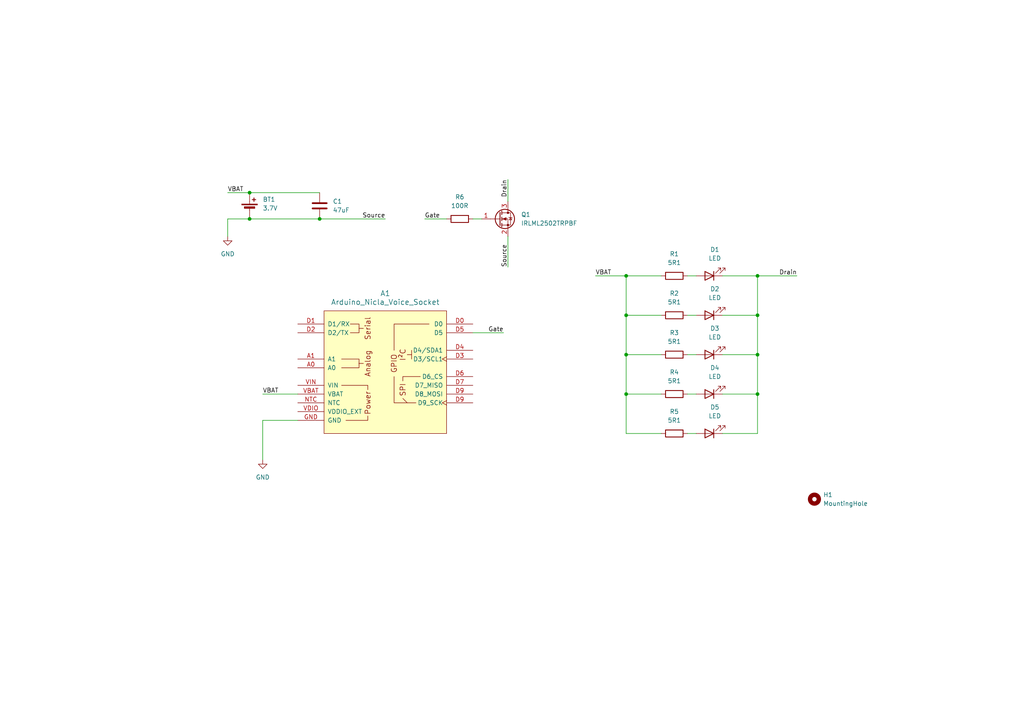
<source format=kicad_sch>
(kicad_sch (version 20230121) (generator eeschema)
  (paper "A4")
  (lib_symbols
    (symbol "Device:Battery_Cell" (pin_numbers hide) (pin_names (offset 0) hide)
      (property "Reference" "BT" (at 2.54 2.54 0))
      (property "Value" "Battery_Cell" (at 2.54 0 0))
      (symbol "Battery_Cell_0_1"
        (rectangle (start -2.286 1.778) (end 2.286 1.524) (fill (type outline)))
        (rectangle (start -1.524 1.016) (end 1.524 0.508) (fill (type outline)))
        (polyline (pts (xy 0 0.762) (xy 0 0)))
        (polyline (pts (xy 0 1.778) (xy 0 2.54)))
        (polyline (pts (xy 0.762 3.048) (xy 1.778 3.048)) (stroke (width 0.254)))
        (polyline (pts (xy 1.27 3.556) (xy 1.27 2.54)) (stroke (width 0.254)))
      )
      (symbol "Battery_Cell_1_1"
        (pin passive line (at 0 5.08 270) (length 2.54) (name "+") (number "1"))
        (pin passive line (at 0 -2.54 90) (length 2.54) (name "-") (number "2"))
      )
    )
    (symbol "Device:C" (pin_numbers hide) (pin_names (offset 0.254))
      (property "Reference" "C" (at 0.635 2.54 0))
      (property "Value" "C" (at 0.635 -2.54 0))
      (symbol "C_0_1"
        (polyline (pts (xy -2.032 -0.762) (xy 2.032 -0.762)) (stroke (width 0.508)))
        (polyline (pts (xy -2.032 0.762) (xy 2.032 0.762)) (stroke (width 0.508)))
      )
      (symbol "C_1_1"
        (pin passive line (at 0 3.81 270) (length 2.794) (name "~") (number "1"))
        (pin passive line (at 0 -3.81 90) (length 2.794) (name "~") (number "2"))
      )
    )
    (symbol "Device:LED" (pin_numbers hide) (pin_names (offset 1.016) hide)
      (property "Reference" "D" (at 0 2.54 0))
      (property "Value" "LED" (at 0 -2.54 0))
      (symbol "LED_0_1"
        (polyline (pts (xy -1.27 -1.27) (xy -1.27 1.27)) (stroke (width 0.254)))
        (polyline (pts (xy -1.27 0) (xy 1.27 0)))
        (polyline (pts (xy 1.27 -1.27) (xy 1.27 1.27) (xy -1.27 0) (xy 1.27 -1.27)) (stroke (width 0.254)))
        (polyline (pts (xy -3.048 -0.762) (xy -4.572 -2.286) (xy -3.81 -2.286) (xy -4.572 -2.286) (xy -4.572 -1.524)))
        (polyline (pts (xy -1.778 -0.762) (xy -3.302 -2.286) (xy -2.54 -2.286) (xy -3.302 -2.286) (xy -3.302 -1.524)))
      )
      (symbol "LED_1_1"
        (pin passive line (at -3.81 0 0) (length 2.54) (name "K") (number "1"))
        (pin passive line (at 3.81 0 180) (length 2.54) (name "A") (number "2"))
      )
    )
    (symbol "Device:R" (pin_numbers hide) (pin_names (offset 0))
      (property "Reference" "R" (at 2.032 0 90))
      (property "Value" "R" (at 0 0 90))
      (symbol "R_0_1"
        (rectangle (start -1.016 -2.54) (end 1.016 2.54) (stroke (width 0.254)))
      )
      (symbol "R_1_1"
        (pin passive line (at 0 3.81 270) (length 1.27) (name "~") (number "1"))
        (pin passive line (at 0 -3.81 90) (length 1.27) (name "~") (number "2"))
      )
    )
    (symbol "Mechanical:MountingHole" (pin_names (offset 1.016))
      (property "Reference" "H" (at 0 5.08 0))
      (property "Value" "MountingHole" (at 0 3.175 0))
      (symbol "MountingHole_0_1"
        (circle (center 0 0) (radius 1.27) (stroke (width 1.27)))
      )
    )
    (symbol "PCM_arduino-library:Arduino_Nicla_Voice_Socket" (pin_names (offset 1.016))
      (property "Reference" "A" (at 0 33.02 0))
      (property "Value" "Arduino_Nicla_Voice_Socket" (at 0 29.21 0))
      (symbol "Arduino_Nicla_Voice_Socket_0_0"
        (rectangle (start -17.78 26.67) (end 17.78 -8.89) (fill (type background)))
        (polyline (pts (xy -7.62 11.43) (xy -6.35 11.43)))
        (polyline (pts (xy -7.62 21.59) (xy -6.35 21.59)))
        (polyline (pts (xy 7.62 13.97) (xy 6.35 13.97)))
        (polyline (pts (xy -11.43 -5.08) (xy -5.08 -5.08) (xy -5.08 -3.81)))
        (polyline (pts (xy -5.08 3.81) (xy -5.08 5.08) (xy -12.7 5.08)))
        (polyline (pts (xy -10.16 22.86) (xy -7.62 22.86) (xy -7.62 20.32) (xy -10.16 20.32)))
        (polyline (pts (xy 5.08 6.35) (xy 5.08 6.35) (xy 5.08 7.62) (xy 10.16 7.62)))
        (polyline (pts (xy 6.35 0) (xy 6.35 0) (xy 6.35 0) (xy 5.08 1.27)))
        (polyline (pts (xy 7.62 12.7) (xy 7.62 12.7) (xy 7.62 15.24) (xy 7.62 15.24)))
        (text "Analog" (at -5.08 11.43 900) (effects (font (size 1.524 1.524))))
        (text "I²C" (at 5.08 13.97 900) (effects (font (size 1.524 1.524))))
        (text "Power" (at -5.08 0 900) (effects (font (size 1.524 1.524))))
        (text "Serial" (at -5.08 21.59 900) (effects (font (size 1.524 1.524))))
      )
      (symbol "Arduino_Nicla_Voice_Socket_0_1"
        (polyline (pts (xy -12.7 10.16) (xy -7.62 10.16) (xy -7.62 11.43)))
        (polyline (pts (xy -12.7 12.7) (xy -7.62 12.7) (xy -7.62 11.43)))
        (polyline (pts (xy 8.89 0) (xy 2.54 0) (xy 2.54 7.62)))
        (polyline (pts (xy 12.7 22.86) (xy 2.54 22.86) (xy 2.54 15.24)))
      )
      (symbol "Arduino_Nicla_Voice_Socket_1_0"
        (text "GPIO" (at 2.54 11.43 900) (effects (font (size 1.524 1.524))))
        (text "SPI" (at 5.08 3.81 900) (effects (font (size 1.524 1.524))))
      )
      (symbol "Arduino_Nicla_Voice_Socket_1_1"
        (pin bidirectional line (at -25.4 10.16 0) (length 7.62) (name "A0") (number "A0"))
        (pin bidirectional line (at -25.4 12.7 0) (length 7.62) (name "A1") (number "A1"))
        (pin bidirectional line (at 25.4 22.86 180) (length 7.62) (name "D0") (number "D0"))
        (pin bidirectional line (at -25.4 22.86 0) (length 7.62) (name "D1/RX") (number "D1"))
        (pin bidirectional line (at -25.4 20.32 0) (length 7.62) (name "D2/TX") (number "D2"))
        (pin bidirectional clock (at 25.4 12.7 180) (length 7.62) (name "D3/SCL1") (number "D3"))
        (pin bidirectional line (at 25.4 15.24 180) (length 7.62) (name "D4/SDA1") (number "D4"))
        (pin bidirectional line (at 25.4 20.32 180) (length 7.62) (name "D5") (number "D5"))
        (pin bidirectional line (at 25.4 7.62 180) (length 7.62) (name "D6_CS") (number "D6"))
        (pin bidirectional line (at 25.4 5.08 180) (length 7.62) (name "D7_MISO") (number "D7"))
        (pin bidirectional line (at 25.4 2.54 180) (length 7.62) (name "D8_MOSI") (number "D9"))
        (pin bidirectional clock (at 25.4 0 180) (length 7.62) (name "D9_SCK") (number "D9"))
        (pin power_in line (at -25.4 -5.08 0) (length 7.62) (name "GND") (number "GND"))
        (pin input line (at -25.4 0 0) (length 7.62) (name "NTC") (number "NTC"))
        (pin power_in line (at -25.4 2.54 0) (length 7.62) (name "VBAT") (number "VBAT"))
        (pin power_out line (at -25.4 -2.54 0) (length 7.62) (name "VDDIO_EXT") (number "VDIO"))
        (pin power_in line (at -25.4 5.08 0) (length 7.62) (name "VIN") (number "VIN"))
      )
    )
    (symbol "Transistor_FET:BS170F" (pin_names hide)
      (property "Reference" "Q" (at 5.08 1.905 0))
      (property "Value" "BS170F" (at 5.08 0 0))
      (symbol "BS170F_0_1"
        (polyline (pts (xy 0.254 0) (xy -2.54 0)))
        (polyline (pts (xy 0.254 1.905) (xy 0.254 -1.905)) (stroke (width 0.254)))
        (polyline (pts (xy 0.762 -1.27) (xy 0.762 -2.286)) (stroke (width 0.254)))
        (polyline (pts (xy 0.762 0.508) (xy 0.762 -0.508)) (stroke (width 0.254)))
        (polyline (pts (xy 0.762 2.286) (xy 0.762 1.27)) (stroke (width 0.254)))
        (polyline (pts (xy 2.54 2.54) (xy 2.54 1.778)))
        (polyline (pts (xy 2.54 -2.54) (xy 2.54 0) (xy 0.762 0)))
        (polyline (pts (xy 0.762 -1.778) (xy 3.302 -1.778) (xy 3.302 1.778) (xy 0.762 1.778)))
        (polyline (pts (xy 1.016 0) (xy 2.032 0.381) (xy 2.032 -0.381) (xy 1.016 0)) (fill (type outline)))
        (polyline (pts (xy 2.794 0.508) (xy 2.921 0.381) (xy 3.683 0.381) (xy 3.81 0.254)))
        (polyline (pts (xy 3.302 0.381) (xy 2.921 -0.254) (xy 3.683 -0.254) (xy 3.302 0.381)))
        (circle (center 1.651 0) (radius 2.794) (stroke (width 0.254)))
        (circle (center 2.54 -1.778) (radius 0.254) (fill (type outline)))
        (circle (center 2.54 1.778) (radius 0.254) (fill (type outline)))
      )
      (symbol "BS170F_1_1"
        (pin input line (at -5.08 0 0) (length 2.54) (name "G") (number "1"))
        (pin passive line (at 2.54 -5.08 90) (length 2.54) (name "S") (number "2"))
        (pin passive line (at 2.54 5.08 270) (length 2.54) (name "D") (number "3"))
      )
    )
    (symbol "power:GND" (power) (pin_names (offset 0))
      (property "Value" "GND" (at 0 -3.81 0))
      (symbol "GND_0_1"
        (polyline (pts (xy 0 0) (xy 0 -1.27) (xy 1.27 -1.27) (xy 0 -2.54) (xy -1.27 -1.27) (xy 0 -1.27)))
      )
      (symbol "GND_1_1"
        (pin power_in line (at 0 0 270) (length 0) hide (name "GND") (number "1"))
      )
    )
  )
  (junction (at 92.71 63.5))
  (junction (at 219.71 91.44))
  (junction (at 181.61 80.01))
  (junction (at 219.71 102.87))
  (junction (at 72.39 63.5))
  (junction (at 181.61 91.44))
  (junction (at 181.61 114.3))
  (junction (at 219.71 80.01))
  (junction (at 219.71 114.3))
  (junction (at 181.61 102.87))
  (junction (at 72.39 55.88))
  (wire (pts (xy 66.04 55.88) (xy 72.39 55.88)))
  (wire (pts (xy 181.61 91.44) (xy 181.61 102.87)))
  (wire (pts (xy 66.04 63.5) (xy 66.04 68.58)))
  (wire (pts (xy 209.55 114.3) (xy 219.71 114.3)))
  (wire (pts (xy 181.61 114.3) (xy 191.77 114.3)))
  (wire (pts (xy 219.71 114.3) (xy 219.71 102.87)))
  (wire (pts (xy 181.61 102.87) (xy 191.77 102.87)))
  (wire (pts (xy 219.71 91.44) (xy 219.71 80.01)))
  (wire (pts (xy 219.71 102.87) (xy 219.71 91.44)))
  (wire (pts (xy 199.39 91.44) (xy 201.93 91.44)))
  (wire (pts (xy 76.2 121.92) (xy 76.2 133.35)))
  (wire (pts (xy 72.39 63.5) (xy 66.04 63.5)))
  (wire (pts (xy 209.55 102.87) (xy 219.71 102.87)))
  (wire (pts (xy 209.55 80.01) (xy 219.71 80.01)))
  (wire (pts (xy 219.71 125.73) (xy 219.71 114.3)))
  (wire (pts (xy 181.61 80.01) (xy 191.77 80.01)))
  (wire (pts (xy 181.61 80.01) (xy 181.61 91.44)))
  (wire (pts (xy 191.77 125.73) (xy 181.61 125.73)))
  (wire (pts (xy 72.39 63.5) (xy 92.71 63.5)))
  (wire (pts (xy 209.55 91.44) (xy 219.71 91.44)))
  (wire (pts (xy 76.2 114.3) (xy 86.36 114.3)))
  (wire (pts (xy 199.39 114.3) (xy 201.93 114.3)))
  (wire (pts (xy 172.72 80.01) (xy 181.61 80.01)))
  (wire (pts (xy 147.32 68.58) (xy 147.32 77.47)))
  (wire (pts (xy 123.19 63.5) (xy 129.54 63.5)))
  (wire (pts (xy 209.55 125.73) (xy 219.71 125.73)))
  (wire (pts (xy 181.61 102.87) (xy 181.61 114.3)))
  (wire (pts (xy 92.71 63.5) (xy 111.76 63.5)))
  (wire (pts (xy 72.39 55.88) (xy 92.71 55.88)))
  (wire (pts (xy 181.61 91.44) (xy 191.77 91.44)))
  (wire (pts (xy 199.39 125.73) (xy 201.93 125.73)))
  (wire (pts (xy 147.32 52.07) (xy 147.32 58.42)))
  (wire (pts (xy 219.71 80.01) (xy 231.14 80.01)))
  (wire (pts (xy 199.39 102.87) (xy 201.93 102.87)))
  (wire (pts (xy 137.16 96.52) (xy 146.05 96.52)))
  (wire (pts (xy 86.36 121.92) (xy 76.2 121.92)))
  (wire (pts (xy 137.16 63.5) (xy 139.7 63.5)))
  (wire (pts (xy 199.39 80.01) (xy 201.93 80.01)))
  (wire (pts (xy 181.61 114.3) (xy 181.61 125.73)))
  (label "Gate" (at 123.19 63.5 0))
  (label "Drain" (at 147.32 52.07 270))
  (label "Gate" (at 146.05 96.52 180))
  (label "Source" (at 111.76 63.5 180))
  (label "Drain" (at 231.14 80.01 180))
  (label "VBAT" (at 76.2 114.3 0))
  (label "VBAT" (at 172.72 80.01 0))
  (label "VBAT" (at 66.04 55.88 0))
  (label "Source" (at 147.32 77.47 90))
  (symbol (lib_id "Device:R") (at 195.58 102.87 90) (unit 1)
    (property "Reference" "R3" (at 195.58 96.52 90))
    (property "Value" "5R1" (at 195.58 99.06 90))
    (property "Footprint" "Resistor_SMD:R_1206_3216Metric" (effects hide))
    (property "JLCPCB Part #" "C176224" (effects hide))
  )
  (symbol (lib_id "Device:R") (at 195.58 114.3 90) (unit 1)
    (property "Reference" "R4" (at 195.58 107.95 90))
    (property "Value" "5R1" (at 195.58 110.49 90))
    (property "Footprint" "Resistor_SMD:R_1206_3216Metric" (effects hide))
    (property "JLCPCB Part #" "C176224" (effects hide))
  )
  (symbol (lib_id "Transistor_FET:BS170F") (at 144.78 63.5 0) (unit 1)
    (property "Reference" "Q1" (at 151.13 62.23 0) (effects (justify left)))
    (property "Value" "IRLML2502TRPBF" (at 151.13 64.77 0) (effects (justify left)))
    (property "Footprint" "Package_TO_SOT_SMD:SOT-23" (effects hide))
    (property "Datasheet" "http://www.diodes.com/assets/Datasheets/BS170F.pdf" (effects hide))
    (property "JLCPCB Part #" "C2589" (effects hide))
  )
  (symbol (lib_id "Device:LED") (at 205.74 114.3 180) (unit 1)
    (property "Reference" "D4" (at 207.3275 106.68 0))
    (property "Value" "LED" (at 207.3275 109.22 0))
    (property "Footprint" "LED_SMD:LED_PLCC_2835" (effects hide))
    (property "JLCPCB Part #" "C516126" (effects hide))
  )
  (symbol (lib_id "power:GND") (at 66.04 68.58 0) (unit 1)
    (property "Reference" "#PWR02" (effects hide))
    (property "Value" "GND" (at 66.04 73.66 0))
  )
  (symbol (lib_id "Device:R") (at 133.35 63.5 90) (unit 1)
    (property "Reference" "R6" (at 133.35 57.15 90))
    (property "Value" "100R" (at 133.35 59.69 90))
    (property "Footprint" "Resistor_SMD:R_1206_3216Metric" (effects hide))
    (property "JLCPCB Part #" "C176249" (effects hide))
  )
  (symbol (lib_id "PCM_arduino-library:Arduino_Nicla_Voice_Socket") (at 111.76 116.84 0) (unit 1) (in_bom no)
    (property "Reference" "A1" (at 111.76 85.09 0) (effects (font (size 1.524 1.524))))
    (property "Value" "Arduino_Nicla_Voice_Socket" (at 111.76 87.63 0) (effects (font (size 1.524 1.524))))
    (property "Footprint" "PCM_arduino-library:Arduino_Nicla_Voice_Socket" (effects hide))
    (property "Datasheet" "https://docs.arduino.cc/hardware/nicla-voice" (effects hide))
  )
  (symbol (lib_id "Device:C") (at 92.71 59.69 0) (unit 1)
    (property "Reference" "C1" (at 96.52 58.42 0) (effects (justify left)))
    (property "Value" "47uF" (at 96.52 60.96 0) (effects (justify left)))
    (property "Footprint" "Capacitor_SMD:C_1210_3225Metric" (effects hide))
    (property "JLCPCB Part #" "C5440143" (effects hide))
  )
  (symbol (lib_id "Device:LED") (at 205.74 102.87 180) (unit 1)
    (property "Reference" "D3" (at 207.3275 95.25 0))
    (property "Value" "LED" (at 207.3275 97.79 0))
    (property "Footprint" "LED_SMD:LED_PLCC_2835" (effects hide))
    (property "JLCPCB Part #" "C516126" (effects hide))
  )
  (symbol (lib_id "Device:LED") (at 205.74 125.73 180) (unit 1)
    (property "Reference" "D5" (at 207.3275 118.11 0))
    (property "Value" "LED" (at 207.3275 120.65 0))
    (property "Footprint" "LED_SMD:LED_PLCC_2835" (effects hide))
    (property "JLCPCB Part #" "C516126" (effects hide))
  )
  (symbol (lib_id "Device:LED") (at 205.74 91.44 180) (unit 1)
    (property "Reference" "D2" (at 207.3275 83.82 0))
    (property "Value" "LED" (at 207.3275 86.36 0))
    (property "Footprint" "LED_SMD:LED_PLCC_2835" (effects hide))
    (property "JLCPCB Part #" "C516126" (effects hide))
  )
  (symbol (lib_id "Device:Battery_Cell") (at 72.39 60.96 0) (unit 1) (in_bom no)
    (property "Reference" "BT1" (at 76.2 57.8485 0) (effects (justify left)))
    (property "Value" "3.7V" (at 76.2 60.3885 0) (effects (justify left)))
    (property "Footprint" "Connector_PinSocket_2.54mm:PinSocket_1x02_P2.54mm_Vertical" (effects hide))
  )
  (symbol (lib_id "Mechanical:MountingHole") (at 236.22 144.78 0) (unit 1) (in_bom no)
    (property "Reference" "H1" (at 238.76 143.51 0) (effects (justify left)))
    (property "Value" "MountingHole" (at 238.76 146.05 0) (effects (justify left)))
    (property "Footprint" "MountingHole:MountingHole_3.2mm_M3" (effects hide))
  )
  (symbol (lib_id "Device:R") (at 195.58 91.44 90) (unit 1)
    (property "Reference" "R2" (at 195.58 85.09 90))
    (property "Value" "5R1" (at 195.58 87.63 90))
    (property "Footprint" "Resistor_SMD:R_1206_3216Metric" (effects hide))
    (property "JLCPCB Part #" "C176224" (effects hide))
  )
  (symbol (lib_id "Device:LED") (at 205.74 80.01 180) (unit 1)
    (property "Reference" "D1" (at 207.3275 72.39 0))
    (property "Value" "LED" (at 207.3275 74.93 0))
    (property "Footprint" "LED_SMD:LED_PLCC_2835" (effects hide))
    (property "JLCPCB Part #" "C516126" (effects hide))
  )
  (symbol (lib_id "Device:R") (at 195.58 80.01 90) (unit 1)
    (property "Reference" "R1" (at 195.58 73.66 90))
    (property "Value" "5R1" (at 195.58 76.2 90))
    (property "Footprint" "Resistor_SMD:R_1206_3216Metric" (effects hide))
    (property "JLCPCB Part #" "C176224" (effects hide))
  )
  (symbol (lib_id "Device:R") (at 195.58 125.73 90) (unit 1)
    (property "Reference" "R5" (at 195.58 119.38 90))
    (property "Value" "5R1" (at 195.58 121.92 90))
    (property "Footprint" "Resistor_SMD:R_1206_3216Metric" (effects hide))
    (property "JLCPCB Part #" "C176224" (effects hide))
  )
  (symbol (lib_id "power:GND") (at 76.2 133.35 0) (unit 1)
    (property "Reference" "#PWR01" (effects hide))
    (property "Value" "GND" (at 76.2 138.43 0))
  )
)
</source>
